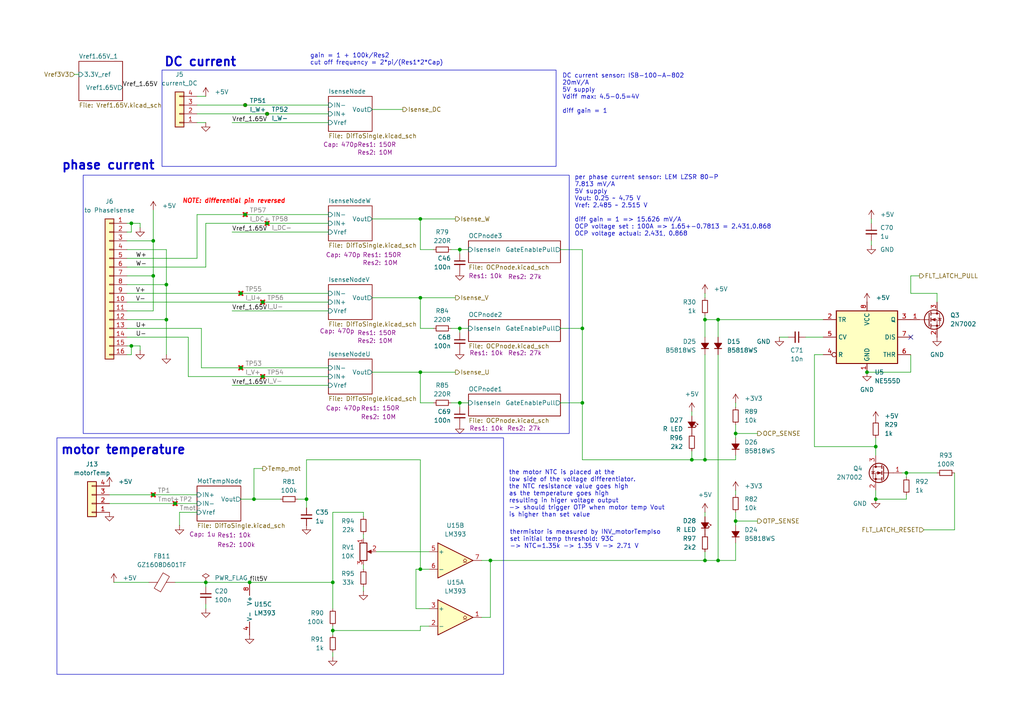
<source format=kicad_sch>
(kicad_sch (version 20231120) (generator "eeschema") (generator_version "8.0")
  (paper "A4")
  (title_block (title "INV_MainBoard_STM32") (date "2025-06-30") (rev "3.1") (company "NTURacing Team") (comment 1 "郭哲明 Jack Kuo") (comment 2 "Powertrain Group"))
  (lib_symbols
    (symbol "Comparator:LM393" (pin_names (offset 0.127))
      (property "Reference" "U" (at 3.81 3.81 0))
      (property "Value" "LM393" (at 6.35 -3.81 0))
      (symbol "LM393_1_1"
        (pin open_collector line (at 7.62 0 180) (length 2.54) (name "~") (number "1"))
        (pin input line (at -7.62 -2.54 0) (length 2.54) (name "-") (number "2"))
        (pin input line (at -7.62 2.54 0) (length 2.54) (name "+") (number "3"))
      )
      (symbol "LM393_2_1"
        (pin input line (at -7.62 2.54 0) (length 2.54) (name "+") (number "5"))
        (pin input line (at -7.62 -2.54 0) (length 2.54) (name "-") (number "6"))
        (pin open_collector line (at 7.62 0 180) (length 2.54) (name "~") (number "7"))
      )
      (symbol "LM393_3_1"
        (pin power_in line (at -2.54 -7.62 90) (length 3.81) (name "V-") (number "4"))
        (pin power_in line (at -2.54 7.62 270) (length 3.81) (name "V+") (number "8"))
      )
    )
    (symbol "Connector:TestPoint_Small" (pin_numbers hide) (pin_names (offset 0.762) hide)
      (property "Reference" "TP" (at 0 3.81 0))
      (property "Value" "TestPoint_Small" (at 0 2.032 0))
      (symbol "TestPoint_Small_1_1"
        (pin passive line (at 0 0 90) (length 0) (name "1") (number "1"))
      )
    )
    (symbol "Connector_Generic:Conn_01x04" (pin_names (offset 1.016) hide)
      (property "Reference" "J" (at 0 5.08 0))
      (property "Value" "Conn_01x04" (at 0 -7.62 0))
      (symbol "Conn_01x04_1_1"
        (pin passive line (at -5.08 2.54 0) (length 3.81) (name "Pin_1") (number "1"))
        (pin passive line (at -5.08 0 0) (length 3.81) (name "Pin_2") (number "2"))
        (pin passive line (at -5.08 -2.54 0) (length 3.81) (name "Pin_3") (number "3"))
        (pin passive line (at -5.08 -5.08 0) (length 3.81) (name "Pin_4") (number "4"))
      )
    )
    (symbol "Connector_Generic:Conn_01x16" (pin_names (offset 1.016) hide)
      (property "Reference" "J" (at 0 20.32 0))
      (property "Value" "Conn_01x16" (at 0 -22.86 0))
      (symbol "Conn_01x16_1_1"
        (pin passive line (at -5.08 17.78 0) (length 3.81) (name "Pin_1") (number "1"))
        (pin passive line (at -5.08 -5.08 0) (length 3.81) (name "Pin_10") (number "10"))
        (pin passive line (at -5.08 -7.62 0) (length 3.81) (name "Pin_11") (number "11"))
        (pin passive line (at -5.08 -10.16 0) (length 3.81) (name "Pin_12") (number "12"))
        (pin passive line (at -5.08 -12.7 0) (length 3.81) (name "Pin_13") (number "13"))
        (pin passive line (at -5.08 -15.24 0) (length 3.81) (name "Pin_14") (number "14"))
        (pin passive line (at -5.08 -17.78 0) (length 3.81) (name "Pin_15") (number "15"))
        (pin passive line (at -5.08 -20.32 0) (length 3.81) (name "Pin_16") (number "16"))
        (pin passive line (at -5.08 15.24 0) (length 3.81) (name "Pin_2") (number "2"))
        (pin passive line (at -5.08 12.7 0) (length 3.81) (name "Pin_3") (number "3"))
        (pin passive line (at -5.08 10.16 0) (length 3.81) (name "Pin_4") (number "4"))
        (pin passive line (at -5.08 7.62 0) (length 3.81) (name "Pin_5") (number "5"))
        (pin passive line (at -5.08 5.08 0) (length 3.81) (name "Pin_6") (number "6"))
        (pin passive line (at -5.08 2.54 0) (length 3.81) (name "Pin_7") (number "7"))
        (pin passive line (at -5.08 0 0) (length 3.81) (name "Pin_8") (number "8"))
        (pin passive line (at -5.08 -2.54 0) (length 3.81) (name "Pin_9") (number "9"))
      )
    )
    (symbol "Device:C_Small" (pin_numbers hide) (pin_names (offset 0.254) hide)
      (property "Reference" "C" (at 0.254 1.778 0))
      (property "Value" "C_Small" (at 0.254 -2.032 0))
      (symbol "C_Small_1_1"
        (pin passive line (at 0 2.54 270) (length 2.032) (name "~") (number "1"))
        (pin passive line (at 0 -2.54 90) (length 2.032) (name "~") (number "2"))
      )
    )
    (symbol "Device:D_Small_Filled" (pin_numbers hide) (pin_names (offset 0.254) hide)
      (property "Reference" "D" (at -1.27 2.032 0))
      (property "Value" "D_Small_Filled" (at -3.81 -2.032 0))
      (symbol "D_Small_Filled_1_1"
        (pin passive line (at -2.54 0 0) (length 1.778) (name "K") (number "1"))
        (pin passive line (at 2.54 0 180) (length 1.778) (name "A") (number "2"))
      )
    )
    (symbol "Device:FerriteBead" (pin_numbers hide) (pin_names (offset 0))
      (property "Reference" "FB" (at -3.81 0.635 90))
      (property "Value" "FerriteBead" (at 3.81 0 90))
      (symbol "FerriteBead_1_1"
        (pin passive line (at 0 3.81 270) (length 2.54) (name "~") (number "1"))
        (pin passive line (at 0 -3.81 90) (length 2.54) (name "~") (number "2"))
      )
    )
    (symbol "Device:LED_Small_Filled" (pin_numbers hide) (pin_names (offset 0.254) hide)
      (property "Reference" "D" (at -1.27 3.175 0))
      (property "Value" "LED_Small_Filled" (at -4.445 -2.54 0))
      (symbol "LED_Small_Filled_1_1"
        (pin passive line (at -2.54 0 0) (length 1.778) (name "K") (number "1"))
        (pin passive line (at 2.54 0 180) (length 1.778) (name "A") (number "2"))
      )
    )
    (symbol "Device:R_Potentiometer" (pin_names (offset 1.016) hide)
      (property "Reference" "RV" (at -4.445 0 90))
      (property "Value" "R_Potentiometer" (at -2.54 0 90))
      (symbol "R_Potentiometer_1_1"
        (pin passive line (at 0 3.81 270) (length 1.27) (name "1") (number "1"))
        (pin passive line (at 3.81 0 180) (length 1.27) (name "2") (number "2"))
        (pin passive line (at 0 -3.81 90) (length 1.27) (name "3") (number "3"))
      )
    )
    (symbol "Device:R_Small" (pin_numbers hide) (pin_names (offset 0.254) hide)
      (property "Reference" "R" (at 0.762 0.508 0))
      (property "Value" "R_Small" (at 0.762 -1.016 0))
      (symbol "R_Small_1_1"
        (pin passive line (at 0 2.54 270) (length 0.762) (name "~") (number "1"))
        (pin passive line (at 0 -2.54 90) (length 0.762) (name "~") (number "2"))
      )
    )
    (symbol "PCM_4ms_Connector:Conn_01x04" (pin_names (offset 1.016) hide)
      (property "Reference" "J" (at 0 5.08 0))
      (property "Value" "Conn_01x04" (at 0 -7.62 0))
      (symbol "Conn_01x04_1_1"
        (pin passive line (at -5.08 2.54 0) (length 3.81) (name "Pin_1") (number "1"))
        (pin passive line (at -5.08 0 0) (length 3.81) (name "Pin_2") (number "2"))
        (pin passive line (at -5.08 -2.54 0) (length 3.81) (name "Pin_3") (number "3"))
        (pin passive line (at -5.08 -5.08 0) (length 3.81) (name "Pin_4") (number "4"))
      )
    )
    (symbol "Timer:NE555D"
      (property "Reference" "U" (at -10.16 8.89 0))
      (property "Value" "NE555D" (at 2.54 8.89 0))
      (symbol "NE555D_0_0"
        (pin power_in line (at 0 -10.16 90) (length 2.54) (name "GND") (number "1"))
        (pin power_in line (at 0 10.16 270) (length 2.54) (name "VCC") (number "8"))
      )
      (symbol "NE555D_1_1"
        (pin input line (at -12.7 5.08 0) (length 3.81) (name "TR") (number "2"))
        (pin output line (at 12.7 5.08 180) (length 3.81) (name "Q") (number "3"))
        (pin input inverted (at -12.7 -5.08 0) (length 3.81) (name "R") (number "4"))
        (pin input line (at -12.7 0 0) (length 3.81) (name "CV") (number "5"))
        (pin input line (at 12.7 -5.08 180) (length 3.81) (name "THR") (number "6"))
        (pin input line (at 12.7 0 180) (length 3.81) (name "DIS") (number "7"))
      )
    )
    (symbol "Transistor_FET:2N7002" (pin_names hide)
      (property "Reference" "Q" (at 5.08 1.905 0))
      (property "Value" "2N7002" (at 5.08 0 0))
      (symbol "2N7002_1_1"
        (pin input line (at -5.08 0 0) (length 2.54) (name "G") (number "1"))
        (pin passive line (at 2.54 -5.08 90) (length 2.54) (name "S") (number "2"))
        (pin passive line (at 2.54 5.08 270) (length 2.54) (name "D") (number "3"))
      )
    )
    (symbol "power:+3V3" (power) (pin_numbers hide) (pin_names (offset 0) hide)
      (property "Value" "+3V3" (at 0 3.556 0))
      (symbol "+3V3_1_1"
        (pin power_in line (at 0 0 90) (length 0) (name "~") (number "1"))
      )
    )
    (symbol "power:+5V" (power) (pin_numbers hide) (pin_names (offset 0) hide)
      (property "Value" "+5V" (at 0 3.556 0))
      (symbol "+5V_1_1"
        (pin power_in line (at 0 0 90) (length 0) (name "~") (number "1"))
      )
    )
    (symbol "power:GND" (power) (pin_numbers hide) (pin_names (offset 0) hide)
      (property "Value" "GND" (at 0 -3.81 0))
      (symbol "GND_1_1"
        (pin power_in line (at 0 0 270) (length 0) (name "~") (number "1"))
      )
    )
    (symbol "power:PWR_FLAG" (power) (pin_numbers hide) (pin_names (offset 0) hide)
      (property "Value" "PWR_FLAG" (at 0 3.81 0))
      (symbol "PWR_FLAG_0_0"
        (pin power_out line (at 0 0 90) (length 0) (name "~") (number "1"))
      )
    )
  )
  (junction (at 133.35 116.84))
  (junction (at 142.24 162.56))
  (junction (at 38.1 64.77))
  (junction (at 121.92 165.1))
  (junction (at 213.36 125.73))
  (junction (at 77.47 64.77))
  (junction (at 133.35 95.25))
  (junction (at 38.1 100.33))
  (junction (at 262.89 137.16))
  (junction (at 121.92 107.95))
  (junction (at 200.66 133.35))
  (junction (at 76.2 109.22))
  (junction (at 96.52 168.91))
  (junction (at 251.46 107.95))
  (junction (at 88.9 144.78))
  (junction (at 44.45 69.85))
  (junction (at 208.28 92.71))
  (junction (at 71.12 30.48))
  (junction (at 69.85 106.68))
  (junction (at 204.47 133.35))
  (junction (at 121.92 86.36))
  (junction (at 76.2 87.63))
  (junction (at 73.66 144.78))
  (junction (at 213.36 151.13))
  (junction (at 121.92 63.5))
  (junction (at 72.39 168.91))
  (junction (at 69.85 85.09))
  (junction (at 168.91 116.84))
  (junction (at 44.45 143.51))
  (junction (at 48.26 82.55))
  (junction (at 44.45 80.01))
  (junction (at 208.28 162.56))
  (junction (at 204.47 162.56))
  (junction (at 204.47 92.71))
  (junction (at 254 129.54))
  (junction (at 254 144.78))
  (junction (at 71.12 62.23))
  (junction (at 77.47 33.02))
  (junction (at 96.52 182.88))
  (junction (at 50.8 146.05))
  (junction (at 133.35 72.39))
  (junction (at 168.91 95.25))
  (junction (at 59.69 168.91))
  (junction (at 48.26 92.71))
  (no_connect (at 264.16 97.79))
  (wire (pts (xy 262.89 137.16) (xy 261.62 137.16)))
  (wire (pts (xy 213.36 148.59) (xy 213.36 151.13)))
  (wire (pts (xy 54.61 109.22) (xy 76.2 109.22)))
  (wire (pts (xy 135.89 72.39) (xy 133.35 72.39)))
  (wire (pts (xy 204.47 160.02) (xy 204.47 162.56)))
  (wire (pts (xy 59.69 176.53) (xy 59.69 175.26)))
  (wire (pts (xy 262.89 138.43) (xy 262.89 137.16)))
  (wire (pts (xy 254 129.54) (xy 254 132.08)))
  (wire (pts (xy 168.91 95.25) (xy 168.91 116.84)))
  (wire (pts (xy 54.61 97.79) (xy 54.61 109.22)))
  (wire (pts (xy 208.28 102.87) (xy 208.28 162.56)))
  (wire (pts (xy 44.45 69.85) (xy 44.45 80.01)))
  (wire (pts (xy 213.36 142.24) (xy 213.36 143.51)))
  (wire (pts (xy 121.92 116.84) (xy 125.73 116.84)))
  (wire (pts (xy 124.46 165.1) (xy 121.92 165.1)))
  (wire (pts (xy 38.1 64.77) (xy 40.64 64.77)))
  (wire (pts (xy 69.85 144.78) (xy 73.66 144.78)))
  (wire (pts (xy 44.45 143.51) (xy 57.15 143.51)))
  (wire (pts (xy 121.92 63.5) (xy 132.08 63.5)))
  (wire (pts (xy 254 142.24) (xy 254 144.78)))
  (wire (pts (xy 213.36 157.48) (xy 213.36 162.56)))
  (wire (pts (xy 88.9 147.32) (xy 88.9 144.78)))
  (wire (pts (xy 44.45 90.17) (xy 44.45 80.01)))
  (wire (pts (xy 107.95 31.75) (xy 116.84 31.75)))
  (wire (pts (xy 50.8 168.91) (xy 59.69 168.91)))
  (wire (pts (xy 213.36 127) (xy 213.36 125.73)))
  (wire (pts (xy 204.47 102.87) (xy 204.47 133.35)))
  (wire (pts (xy 38.1 102.87) (xy 38.1 100.33)))
  (wire (pts (xy 109.22 160.02) (xy 124.46 160.02)))
  (wire (pts (xy 67.31 67.31) (xy 95.25 67.31)))
  (wire (pts (xy 208.28 92.71) (xy 238.76 92.71)))
  (wire (pts (xy 76.2 135.89) (xy 73.66 135.89)))
  (wire (pts (xy 96.52 182.88) (xy 96.52 184.15)))
  (wire (pts (xy 95.25 87.63) (xy 76.2 87.63)))
  (wire (pts (xy 200.66 133.35) (xy 204.47 133.35)))
  (wire (pts (xy 48.26 92.71) (xy 36.83 92.71)))
  (wire (pts (xy 271.78 137.16) (xy 262.89 137.16)))
  (wire (pts (xy 59.69 170.18) (xy 59.69 168.91)))
  (wire (pts (xy 213.36 133.35) (xy 213.36 132.08)))
  (wire (pts (xy 105.41 163.83) (xy 105.41 165.1)))
  (wire (pts (xy 59.69 168.91) (xy 72.39 168.91)))
  (wire (pts (xy 133.35 116.84) (xy 130.81 116.84)))
  (wire (pts (xy 236.22 102.87) (xy 238.76 102.87)))
  (wire (pts (xy 213.36 123.19) (xy 213.36 125.73)))
  (wire (pts (xy 208.28 92.71) (xy 208.28 97.79)))
  (wire (pts (xy 133.35 95.25) (xy 130.81 95.25)))
  (wire (pts (xy 133.35 96.52) (xy 133.35 95.25)))
  (wire (pts (xy 71.12 30.48) (xy 95.25 30.48)))
  (wire (pts (xy 96.52 168.91) (xy 96.52 176.53)))
  (wire (pts (xy 204.47 162.56) (xy 208.28 162.56)))
  (wire (pts (xy 54.61 97.79) (xy 36.83 97.79)))
  (wire (pts (xy 96.52 181.61) (xy 96.52 182.88)))
  (wire (pts (xy 21.59 21.59) (xy 22.86 21.59)))
  (wire (pts (xy 238.76 97.79) (xy 233.68 97.79)))
  (wire (pts (xy 262.89 144.78) (xy 254 144.78)))
  (wire (pts (xy 96.52 182.88) (xy 121.92 182.88)))
  (wire (pts (xy 95.25 109.22) (xy 76.2 109.22)))
  (wire (pts (xy 96.52 148.59) (xy 105.41 148.59)))
  (wire (pts (xy 58.42 106.68) (xy 69.85 106.68)))
  (wire (pts (xy 59.69 64.77) (xy 59.69 77.47)))
  (wire (pts (xy 95.25 64.77) (xy 77.47 64.77)))
  (wire (pts (xy 88.9 133.35) (xy 88.9 144.78)))
  (wire (pts (xy 168.91 133.35) (xy 168.91 116.84)))
  (wire (pts (xy 86.36 144.78) (xy 88.9 144.78)))
  (wire (pts (xy 142.24 179.07) (xy 142.24 162.56)))
  (wire (pts (xy 67.31 90.17) (xy 95.25 90.17)))
  (wire (pts (xy 213.36 116.84) (xy 213.36 118.11)))
  (wire (pts (xy 226.06 97.79) (xy 228.6 97.79)))
  (wire (pts (xy 252.73 69.85) (xy 252.73 71.12)))
  (wire (pts (xy 121.92 86.36) (xy 132.08 86.36)))
  (wire (pts (xy 264.16 80.01) (xy 266.7 80.01)))
  (wire (pts (xy 142.24 179.07) (xy 139.7 179.07)))
  (wire (pts (xy 36.83 64.77) (xy 38.1 64.77)))
  (wire (pts (xy 36.83 67.31) (xy 38.1 67.31)))
  (wire (pts (xy 69.85 85.09) (xy 95.25 85.09)))
  (wire (pts (xy 59.69 35.56) (xy 57.15 35.56)))
  (wire (pts (xy 121.92 165.1) (xy 120.65 165.1)))
  (wire (pts (xy 204.47 97.79) (xy 204.47 92.71)))
  (wire (pts (xy 264.16 102.87) (xy 264.16 107.95)))
  (wire (pts (xy 200.66 119.38) (xy 200.66 120.65)))
  (wire (pts (xy 200.66 130.81) (xy 200.66 133.35)))
  (wire (pts (xy 105.41 148.59) (xy 105.41 149.86)))
  (wire (pts (xy 213.36 125.73) (xy 219.71 125.73)))
  (wire (pts (xy 236.22 129.54) (xy 254 129.54)))
  (wire (pts (xy 133.35 72.39) (xy 130.81 72.39)))
  (wire (pts (xy 96.52 189.23) (xy 96.52 190.5)))
  (wire (pts (xy 162.56 95.25) (xy 168.91 95.25)))
  (wire (pts (xy 107.95 107.95) (xy 121.92 107.95)))
  (wire (pts (xy 213.36 152.4) (xy 213.36 151.13)))
  (wire (pts (xy 107.95 86.36) (xy 121.92 86.36)))
  (wire (pts (xy 31.75 143.51) (xy 44.45 143.51)))
  (wire (pts (xy 204.47 148.59) (xy 204.47 149.86)))
  (wire (pts (xy 88.9 133.35) (xy 121.92 133.35)))
  (wire (pts (xy 67.31 35.56) (xy 95.25 35.56)))
  (wire (pts (xy 52.07 148.59) (xy 52.07 152.4)))
  (wire (pts (xy 36.83 102.87) (xy 38.1 102.87)))
  (wire (pts (xy 120.65 176.53) (xy 120.65 165.1)))
  (wire (pts (xy 213.36 151.13) (xy 219.71 151.13)))
  (wire (pts (xy 36.83 85.09) (xy 69.85 85.09)))
  (wire (pts (xy 133.35 73.66) (xy 133.35 72.39)))
  (wire (pts (xy 40.64 100.33) (xy 40.64 101.6)))
  (wire (pts (xy 162.56 72.39) (xy 168.91 72.39)))
  (wire (pts (xy 267.97 153.67) (xy 276.86 153.67)))
  (wire (pts (xy 38.1 67.31) (xy 38.1 64.77)))
  (wire (pts (xy 36.83 87.63) (xy 76.2 87.63)))
  (wire (pts (xy 121.92 95.25) (xy 121.92 86.36)))
  (wire (pts (xy 67.31 111.76) (xy 95.25 111.76)))
  (wire (pts (xy 40.64 64.77) (xy 40.64 66.04)))
  (wire (pts (xy 135.89 116.84) (xy 133.35 116.84)))
  (wire (pts (xy 95.25 33.02) (xy 77.47 33.02)))
  (wire (pts (xy 262.89 144.78) (xy 262.89 143.51)))
  (wire (pts (xy 264.16 107.95) (xy 251.46 107.95)))
  (wire (pts (xy 38.1 100.33) (xy 40.64 100.33)))
  (wire (pts (xy 36.83 90.17) (xy 44.45 90.17)))
  (wire (pts (xy 162.56 116.84) (xy 168.91 116.84)))
  (wire (pts (xy 57.15 30.48) (xy 71.12 30.48)))
  (wire (pts (xy 204.47 92.71) (xy 208.28 92.71)))
  (wire (pts (xy 77.47 33.02) (xy 57.15 33.02)))
  (wire (pts (xy 36.83 100.33) (xy 38.1 100.33)))
  (wire (pts (xy 71.12 62.23) (xy 95.25 62.23)))
  (wire (pts (xy 204.47 85.09) (xy 204.47 86.36)))
  (wire (pts (xy 121.92 107.95) (xy 132.08 107.95)))
  (wire (pts (xy 48.26 82.55) (xy 48.26 92.71)))
  (wire (pts (xy 57.15 62.23) (xy 71.12 62.23)))
  (wire (pts (xy 105.41 170.18) (xy 105.41 171.45)))
  (wire (pts (xy 252.73 63.5) (xy 252.73 64.77)))
  (wire (pts (xy 36.83 95.25) (xy 58.42 95.25)))
  (wire (pts (xy 121.92 107.95) (xy 121.92 116.84)))
  (wire (pts (xy 96.52 148.59) (xy 96.52 168.91)))
  (wire (pts (xy 105.41 154.94) (xy 105.41 156.21)))
  (wire (pts (xy 48.26 102.87) (xy 48.26 92.71)))
  (wire (pts (xy 124.46 176.53) (xy 120.65 176.53)))
  (wire (pts (xy 73.66 135.89) (xy 73.66 144.78)))
  (wire (pts (xy 208.28 162.56) (xy 213.36 162.56)))
  (wire (pts (xy 254 127) (xy 254 129.54)))
  (wire (pts (xy 121.92 72.39) (xy 121.92 63.5)))
  (wire (pts (xy 36.83 77.47) (xy 59.69 77.47)))
  (wire (pts (xy 142.24 162.56) (xy 204.47 162.56)))
  (wire (pts (xy 121.92 165.1) (xy 121.92 133.35)))
  (wire (pts (xy 57.15 62.23) (xy 57.15 74.93)))
  (wire (pts (xy 72.39 168.91) (xy 96.52 168.91)))
  (wire (pts (xy 121.92 181.61) (xy 124.46 181.61)))
  (wire (pts (xy 204.47 133.35) (xy 213.36 133.35)))
  (wire (pts (xy 236.22 102.87) (xy 236.22 129.54)))
  (wire (pts (xy 58.42 106.68) (xy 58.42 95.25)))
  (wire (pts (xy 44.45 60.96) (xy 44.45 69.85)))
  (wire (pts (xy 36.83 80.01) (xy 44.45 80.01)))
  (wire (pts (xy 36.83 72.39) (xy 48.26 72.39)))
  (wire (pts (xy 168.91 133.35) (xy 200.66 133.35)))
  (wire (pts (xy 135.89 95.25) (xy 133.35 95.25)))
  (wire (pts (xy 44.45 69.85) (xy 36.83 69.85)))
  (wire (pts (xy 69.85 106.68) (xy 95.25 106.68)))
  (wire (pts (xy 204.47 91.44) (xy 204.47 92.71)))
  (wire (pts (xy 36.83 82.55) (xy 48.26 82.55)))
  (wire (pts (xy 125.73 95.25) (xy 121.92 95.25)))
  (wire (pts (xy 48.26 72.39) (xy 48.26 82.55)))
  (wire (pts (xy 264.16 85.09) (xy 264.16 80.01)))
  (wire (pts (xy 276.86 153.67) (xy 276.86 137.16)))
  (wire (pts (xy 264.16 85.09) (xy 271.78 85.09)))
  (wire (pts (xy 142.24 162.56) (xy 139.7 162.56)))
  (wire (pts (xy 168.91 72.39) (xy 168.91 95.25)))
  (wire (pts (xy 73.66 144.78) (xy 81.28 144.78)))
  (wire (pts (xy 125.73 72.39) (xy 121.92 72.39)))
  (wire (pts (xy 271.78 85.09) (xy 271.78 87.63)))
  (wire (pts (xy 107.95 63.5) (xy 121.92 63.5)))
  (wire (pts (xy 133.35 118.11) (xy 133.35 116.84)))
  (wire (pts (xy 59.69 27.94) (xy 57.15 27.94)))
  (wire (pts (xy 59.69 64.77) (xy 77.47 64.77)))
  (wire (pts (xy 121.92 182.88) (xy 121.92 181.61)))
  (wire (pts (xy 57.15 148.59) (xy 52.07 148.59)))
  (wire (pts (xy 36.83 74.93) (xy 57.15 74.93)))
  (wire (pts (xy 33.02 168.91) (xy 43.18 168.91)))
  (wire (pts (xy 31.75 146.05) (xy 50.8 146.05)))
  (wire (pts (xy 57.15 146.05) (xy 50.8 146.05)))
  (rectangle (start 46.99 20.32) (end 161.29 48.26))
  (rectangle (start 16.51 127) (end 146.05 195.58))
  (rectangle (start 24.13 50.8) (end 165.1 125.73))
  (text "motor temperature" (at 17.526 132.08 0) (effects (font (size 2.54 2.54) (thickness 0.508) (bold yes)) (justify left bottom)))
  (text "thermistor is measured by INV_motorTempIso\nset initial temp threshold: 93C\n-> NTC=1.35k -> 1.35 V -> 2.71 V" (at 147.828 153.67 0) (effects (font (size 1.27 1.27)) (justify left top)))
  (text "DC current sensor: ISB-100-A-802\n20mV/A\n5V supply\nVdiff max: 4.5-0.5=4V\n\ndiff gain = 1" (at 163.068 21.336 0) (effects (font (size 1.27 1.27)) (justify left top)))
  (text "per phase current sensor: LEM LZSR 80-P\n7.813 mV/A\n5V supply\nVout: 0.25 ~ 4.75 V\nVref: 2.485 ~ 2.515 V\n\ndiff gain = 1 => 15.626 mV/A\nOCP voltage set : 100A => 1.65+-0.7813 = 2.431,0.868\nOCP voltage actual: 2.431, 0.868" (at 166.624 50.8 0) (effects (font (size 1.27 1.27)) (justify left top)))
  (text "DC current" (at 47.498 19.558 0) (effects (font (size 2.54 2.54) (thickness 0.508) (bold yes)) (justify left bottom)))
  (text "gain = 1 + 100k/Res2\ncut off frequency = 2*pi/(Res1*2*Cap)" (at 89.916 15.494 0) (effects (font (size 1.27 1.27)) (justify left top)))
  (text "the motor NTC is placed at the \nlow side of the voltage differentiator.\nthe NTC resistance value goes high \nas the temperature goes high\nresulting in higer voltage output\n-> should trigger OTP when motor temp Vout \nis higher than set value" (at 147.574 143.256 0) (effects (font (size 1.27 1.27)) (justify left)))
  (text "NOTE: differential pin reversed" (at 52.832 57.658 0) (effects (font (size 1.27 1.27) (thickness 0.254) (bold yes) (italic yes)) (justify left top)))
  (text "phase current" (at 17.78 49.53 0) (effects (font (size 2.54 2.54) (thickness 0.508) (bold yes)) (justify left bottom)))
  (label "U-" (at 39.37 97.79 0))
  (label "U+" (at 39.37 95.25 0))
  (label "W+" (at 39.37 74.93 0))
  (label "Vref_1.65V" (at 67.31 111.76 0))
  (label "V+" (at 39.37 85.09 0))
  (label "Vref_1.65V" (at 35.56 25.4 0))
  (label "V-" (at 39.37 87.63 0))
  (label "Vref_1.65V" (at 67.31 90.17 0))
  (label "W-" (at 39.37 77.47 0))
  (label "Vref_1.65V" (at 67.31 35.56 0))
  (label "filt5V" (at 72.39 168.91 0))
  (label "Vref_1.65V" (at 67.31 67.31 0))
  (hierarchical_label "OCP_SENSE" (shape output) (at 219.71 125.73 0))
  (hierarchical_label "Isense_U" (shape output) (at 132.08 107.95 0))
  (hierarchical_label "Isense_W" (shape output) (at 132.08 63.5 0))
  (hierarchical_label "FLT_LATCH_RESET" (shape input) (at 267.97 153.67 180))
  (hierarchical_label "Isense_DC" (shape output) (at 116.84 31.75 0))
  (hierarchical_label "FLT_LATCH_PULL" (shape output) (at 266.7 80.01 0))
  (hierarchical_label "OTP_SENSE" (shape output) (at 219.71 151.13 0))
  (hierarchical_label "Temp_mot" (shape output) (at 76.2 135.89 0))
  (hierarchical_label "Vref3V3" (shape input) (at 21.59 21.59 180))
  (hierarchical_label "Isense_V" (shape output) (at 132.08 86.36 0))
  (symbol (lib_id "Device:R_Small") (at 262.89 140.97 180) (unit 1)
    (property "Reference" "R92" (at 265.43 139.6999 0) (effects (justify right)))
    (property "Value" "1k" (at 265.43 142.2399 0) (effects (justify right)))
    (property "Footprint" "Resistor_SMD:R_0402_1005Metric" (effects (hide yes)))
    (property "Description" "Resistor, small symbol" (effects (hide yes)))
  )
  (symbol (lib_id "PCM_4ms_Connector:Conn_01x04") (at 52.07 33.02 180) (unit 1)
    (property "Reference" "J5" (at 52.07 21.59 0))
    (property "Value" "current_DC" (at 52.07 24.13 0))
    (property "Footprint" "Connector_JST:JST_PH_B4B-PH-K_1x04_P2.00mm_Vertical" (effects (hide yes)))
    (property "Description" "HEADER 1x4 MALE PINS 0.100” 180deg" (effects (hide yes)))
    (property "Specifications" "HEADER 1x4 MALE PINS 0.100” 180deg" (effects (hide yes)))
    (property "Manufacturer" "TAD" (effects (hide yes)))
    (property "Part Number" "1-0401FBV0T" (effects (hide yes)))
  )
  (symbol (lib_id "Device:R_Small") (at 96.52 179.07 0) (mirror x) (unit 1)
    (property "Reference" "R90" (at 93.98 177.7999 0) (effects (justify right)))
    (property "Value" "100k" (at 93.98 180.3399 0) (effects (justify right)))
    (property "Footprint" "Resistor_SMD:R_0402_1005Metric" (effects (hide yes)))
    (property "Description" "Resistor, small symbol" (effects (hide yes)))
  )
  (symbol (lib_id "Device:FerriteBead") (at 46.99 168.91 90) (unit 1)
    (property "Reference" "FB11" (at 46.9392 161.29 90))
    (property "Value" "GZ1608D601TF" (at 46.9392 163.83 90))
    (property "Footprint" "Capacitor_SMD:C_0603_1608Metric" (effects (hide yes)))
    (property "Description" "Ferrite bead" (effects (hide yes)))
  )
  (symbol (lib_id "power:GND") (at 133.35 123.19 0) (unit 1)
    (property "Reference" "#PWR095" (effects (hide yes)))
    (property "Value" "GND" (effects (hide yes)))
    (property "Description" "Power symbol creates a global label with name \"GND\" , ground" (effects (hide yes)))
  )
  (symbol (lib_id "power:GND") (at 40.64 66.04 0) (unit 1)
    (property "Reference" "#PWR042" (effects (hide yes)))
    (property "Value" "GND" (effects (hide yes)))
    (property "Description" "Power symbol creates a global label with name \"GND\" , ground" (effects (hide yes)))
  )
  (symbol (lib_id "power:+5V") (at 31.75 140.97 0) (unit 1)
    (property "Reference" "#PWR05" (effects (hide yes)))
    (property "Value" "+5V" (at 34.29 139.6999 0) (effects (justify left)))
    (property "Description" "Power symbol creates a global label with name \"+5V\"" (effects (hide yes)))
  )
  (symbol (lib_id "power:+5V") (at 254 121.92 0) (unit 1)
    (property "Reference" "#PWR0150" (effects (hide yes)))
    (property "Value" "+5V" (at 256.54 120.6499 0) (effects (justify left)))
    (property "Description" "Power symbol creates a global label with name \"+5V\"" (effects (hide yes)))
  )
  (symbol (lib_id "power:+5V") (at 204.47 85.09 0) (mirror y) (unit 1)
    (property "Reference" "#PWR060" (effects (hide yes)))
    (property "Value" "+5V" (at 207.01 83.8199 0) (effects (justify right)))
    (property "Description" "Power symbol creates a global label with name \"+5V\"" (effects (hide yes)))
  )
  (symbol (lib_id "Device:R_Small") (at 274.32 137.16 90) (unit 1)
    (property "Reference" "R93" (at 274.32 132.08 90))
    (property "Value" "100R" (at 274.32 134.62 90))
    (property "Footprint" "Resistor_SMD:R_0402_1005Metric" (effects (hide yes)))
    (property "Description" "Resistor, small symbol" (effects (hide yes)))
  )
  (symbol (lib_id "Comparator:LM393") (at 132.08 162.56 0) (unit 2)
    (property "Reference" "U15" (at 132.08 152.4 0))
    (property "Value" "LM393" (at 132.08 154.94 0))
    (property "Footprint" "Package_SO:SOIC-8_3.9x4.9mm_P1.27mm" (effects (hide yes)))
    (property "Datasheet" "http://www.ti.com/lit/ds/symlink/lm393.pdf" (effects (hide yes)))
    (property "Description" "Low-Power, Low-Offset Voltage, Dual Comparators, DIP-8/SOIC-8/TO-99-8" (effects (hide yes)))
  )
  (symbol (lib_id "Device:R_Small") (at 83.82 144.78 90) (mirror x) (unit 1)
    (property "Reference" "R81" (at 83.82 139.7 90))
    (property "Value" "100k" (at 83.82 142.24 90))
    (property "Footprint" "Resistor_SMD:R_0402_1005Metric" (effects (hide yes)))
    (property "Description" "Resistor, small symbol" (effects (hide yes)))
  )
  (symbol (lib_id "power:GND") (at 59.69 176.53 0) (unit 1)
    (property "Reference" "#PWR071" (effects (hide yes)))
    (property "Value" "GND" (effects (hide yes)))
    (property "Description" "Power symbol creates a global label with name \"GND\" , ground" (effects (hide yes)))
  )
  (symbol (lib_id "Device:R_Small") (at 128.27 95.25 90) (mirror x) (unit 1)
    (property "Reference" "R84" (at 128.27 90.17 90))
    (property "Value" "220R" (at 128.27 92.71 90))
    (property "Footprint" "Resistor_SMD:R_0402_1005Metric" (effects (hide yes)))
    (property "Description" "Resistor, small symbol" (effects (hide yes)))
  )
  (symbol (lib_id "Device:C_Small") (at 59.69 172.72 0) (unit 1)
    (property "Reference" "C20" (at 62.23 171.4562 0) (effects (justify left)))
    (property "Value" "100n" (at 62.23 173.9962 0) (effects (justify left)))
    (property "Footprint" "Capacitor_SMD:C_0402_1005Metric" (effects (hide yes)))
    (property "Description" "Unpolarized capacitor, small symbol" (effects (hide yes)))
  )
  (symbol (lib_id "power:GND") (at 88.9 152.4 0) (unit 1)
    (property "Reference" "#PWR059" (effects (hide yes)))
    (property "Value" "GND" (effects (hide yes)))
    (property "Description" "Power symbol creates a global label with name \"GND\" , ground" (effects (hide yes)))
  )
  (symbol (lib_id "Device:R_Small") (at 213.36 146.05 180) (unit 1)
    (property "Reference" "R82" (at 215.9 144.7799 0) (effects (justify right)))
    (property "Value" "10k" (at 215.9 147.3199 0) (effects (justify right)))
    (property "Footprint" "Resistor_SMD:R_0402_1005Metric" (effects (hide yes)))
    (property "Description" "Resistor, small symbol" (effects (hide yes)))
  )
  (symbol (lib_id "Transistor_FET:2N7002") (at 269.24 92.71 0) (unit 1)
    (property "Reference" "Q3" (at 275.59 91.4399 0) (effects (justify left)))
    (property "Value" "2N7002" (at 275.59 93.9799 0) (effects (justify left)))
    (property "Footprint" "Package_TO_SOT_SMD:SOT-23" (effects (hide yes)))
    (property "Datasheet" "https://www.onsemi.com/pub/Collateral/NDS7002A-D.PDF" (effects (hide yes)))
    (property "Description" "0.115A Id, 60V Vds, N-Channel MOSFET, SOT-23" (effects (hide yes)))
  )
  (symbol (lib_id "Device:C_Small") (at 88.9 149.86 0) (mirror y) (unit 1)
    (property "Reference" "C35" (at 91.44 148.5962 0) (effects (justify right)))
    (property "Value" "1u" (at 91.44 151.1362 0) (effects (justify right)))
    (property "Footprint" "Capacitor_SMD:C_0402_1005Metric" (effects (hide yes)))
    (property "Description" "Unpolarized capacitor, small symbol" (effects (hide yes)))
  )
  (symbol (lib_id "Device:C_Small") (at 133.35 120.65 0) (unit 1)
    (property "Reference" "C69" (at 130.81 119.3862 0) (effects (justify right)))
    (property "Value" "100n" (at 130.81 121.9262 0) (effects (justify right)))
    (property "Footprint" "Capacitor_SMD:C_0402_1005Metric" (effects (hide yes)))
    (property "Description" "Unpolarized capacitor, small symbol" (effects (hide yes)))
  )
  (symbol (lib_id "power:+5V") (at 204.47 148.59 0) (mirror y) (unit 1)
    (property "Reference" "#PWR0185" (effects (hide yes)))
    (property "Value" "+5V" (at 204.47 143.51 0))
    (property "Description" "Power symbol creates a global label with name \"+5V\"" (effects (hide yes)))
  )
  (symbol (lib_id "Device:R_Small") (at 213.36 120.65 180) (unit 1)
    (property "Reference" "R89" (at 215.9 119.3799 0) (effects (justify right)))
    (property "Value" "10k" (at 215.9 121.9199 0) (effects (justify right)))
    (property "Footprint" "Resistor_SMD:R_0402_1005Metric" (effects (hide yes)))
    (property "Description" "Resistor, small symbol" (effects (hide yes)))
  )
  (symbol (lib_id "power:+3V3") (at 213.36 142.24 0) (unit 1)
    (property "Reference" "#PWR0134" (effects (hide yes)))
    (property "Value" "+3V3" (at 215.9 140.9699 0) (effects (justify left)))
    (property "Description" "Power symbol creates a global label with name \"+3V3\"" (effects (hide yes)))
  )
  (symbol (lib_id "Device:R_Small") (at 128.27 116.84 90) (mirror x) (unit 1)
    (property "Reference" "R85" (at 128.27 111.76 90))
    (property "Value" "220R" (at 128.27 114.3 90))
    (property "Footprint" "Resistor_SMD:R_0402_1005Metric" (effects (hide yes)))
    (property "Description" "Resistor, small symbol" (effects (hide yes)))
  )
  (symbol (lib_id "power:+3V3") (at 213.36 116.84 0) (unit 1)
    (property "Reference" "#PWR012" (effects (hide yes)))
    (property "Value" "+3V3" (at 215.9 115.5699 0) (effects (justify left)))
    (property "Description" "Power symbol creates a global label with name \"+3V3\"" (effects (hide yes)))
  )
  (symbol (lib_id "power:GND") (at 59.69 35.56 0) (unit 1)
    (property "Reference" "#PWR084" (effects (hide yes)))
    (property "Value" "GND" (effects (hide yes)))
    (property "Description" "Power symbol creates a global label with name \"GND\" , ground" (effects (hide yes)))
  )
  (symbol (lib_id "Device:C_Small") (at 133.35 99.06 0) (unit 1)
    (property "Reference" "C68" (at 130.81 97.7962 0) (effects (justify right)))
    (property "Value" "100n" (at 130.81 100.3362 0) (effects (justify right)))
    (property "Footprint" "Capacitor_SMD:C_0402_1005Metric" (effects (hide yes)))
    (property "Description" "Unpolarized capacitor, small symbol" (effects (hide yes)))
  )
  (symbol (lib_id "power:GND") (at 133.35 101.6 0) (unit 1)
    (property "Reference" "#PWR092" (effects (hide yes)))
    (property "Value" "GND" (effects (hide yes)))
    (property "Description" "Power symbol creates a global label with name \"GND\" , ground" (effects (hide yes)))
  )
  (symbol (lib_id "power:GND") (at 31.75 148.59 0) (unit 1)
    (property "Reference" "#PWR08" (effects (hide yes)))
    (property "Value" "GND" (effects (hide yes)))
    (property "Description" "Power symbol creates a global label with name \"GND\" , ground" (effects (hide yes)))
  )
  (symbol (lib_id "power:GND") (at 105.41 171.45 0) (unit 1)
    (property "Reference" "#PWR043" (effects (hide yes)))
    (property "Value" "GND" (effects (hide yes)))
    (property "Description" "Power symbol creates a global label with name \"GND\" , ground" (effects (hide yes)))
  )
  (symbol (lib_id "Device:D_Small_Filled") (at 213.36 154.94 270) (mirror x) (unit 1)
    (property "Reference" "D24" (at 215.9 153.6699 90) (effects (justify left)))
    (property "Value" "B5818WS" (at 215.9 156.2099 90) (effects (justify left)))
    (property "Footprint" "Diode_SMD:D_SOD-323" (effects (hide yes)))
    (property "Description" "Diode, small symbol, filled shape" (effects (hide yes)))
    (property "Sim.Device" "D" (effects (hide yes)))
    (property "Sim.Pins" "1=K 2=A" (effects (hide yes)))
  )
  (symbol (lib_id "Comparator:LM393") (at 132.08 179.07 0) (unit 1)
    (property "Reference" "U15" (at 132.08 168.91 0))
    (property "Value" "LM393" (at 132.08 171.45 0))
    (property "Footprint" "Package_SO:SOIC-8_3.9x4.9mm_P1.27mm" (effects (hide yes)))
    (property "Datasheet" "http://www.ti.com/lit/ds/symlink/lm393.pdf" (effects (hide yes)))
    (property "Description" "Low-Power, Low-Offset Voltage, Dual Comparators, DIP-8/SOIC-8/TO-99-8" (effects (hide yes)))
  )
  (symbol (lib_id "Device:C_Small") (at 231.14 97.79 270) (mirror x) (unit 1)
    (property "Reference" "C71" (at 231.1336 101.6 90))
    (property "Value" "10n" (at 231.1336 104.14 90))
    (property "Footprint" "Capacitor_SMD:C_0402_1005Metric" (effects (hide yes)))
    (property "Description" "Unpolarized capacitor, small symbol" (effects (hide yes)))
  )
  (symbol (lib_id "Device:R_Small") (at 105.41 167.64 0) (mirror x) (unit 1)
    (property "Reference" "R95" (at 102.87 166.3699 0) (effects (justify right)))
    (property "Value" "33k" (at 102.87 168.9099 0) (effects (justify right)))
    (property "Footprint" "Resistor_SMD:R_0402_1005Metric" (effects (hide yes)))
    (property "Description" "Resistor, small symbol" (effects (hide yes)))
  )
  (symbol (lib_id "Connector:TestPoint_Small") (at 69.85 85.09 0) (mirror y) (unit 1) (in_bom no) (on_board no) (dnp yes)
    (property "Reference" "TP55" (at 71.12 83.8199 0) (effects (justify right)))
    (property "Value" "I_U+" (at 71.12 86.3599 0) (effects (justify right)))
    (property "Footprint" "TestPoint:TestPoint_Pad_D1.0mm" (effects (hide yes)))
    (property "Description" "test point" (effects (hide yes)))
  )
  (symbol (lib_id "Device:LED_Small_Filled") (at 204.47 152.4 270) (mirror x) (unit 1)
    (property "Reference" "D28" (at 201.93 151.0664 90) (effects (justify right)))
    (property "Value" "R LED" (at 201.93 153.6064 90) (effects (justify right)))
    (property "Footprint" "LED_SMD:LED_0603_1608Metric" (effects (hide yes)))
    (property "Description" "Light emitting diode, small symbol, filled shape" (effects (hide yes)))
  )
  (symbol (lib_id "power:+5V") (at 59.69 27.94 0) (unit 1)
    (property "Reference" "#PWR083" (effects (hide yes)))
    (property "Value" "+5V" (at 62.23 26.6699 0) (effects (justify left)))
    (property "Description" "Power symbol creates a global label with name \"+5V\"" (effects (hide yes)))
  )
  (symbol (lib_id "power:+5V") (at 251.46 87.63 0) (mirror y) (unit 1)
    (property "Reference" "#PWR099" (effects (hide yes)))
    (property "Value" "+5V" (at 254 86.3599 0) (effects (justify right)))
    (property "Description" "Power symbol creates a global label with name \"+5V\"" (effects (hide yes)))
  )
  (symbol (lib_id "Connector:TestPoint_Small") (at 77.47 64.77 0) (mirror y) (unit 1) (in_bom no) (on_board no) (dnp yes)
    (property "Reference" "TP58" (at 78.74 63.4999 0) (effects (justify right)))
    (property "Value" "I_DC-" (at 78.74 66.0399 0) (effects (justify right)))
    (property "Footprint" "TestPoint:TestPoint_Pad_D1.0mm" (effects (hide yes)))
    (property "Description" "test point" (effects (hide yes)))
  )
  (symbol (lib_id "Device:LED_Small_Filled") (at 200.66 123.19 270) (mirror x) (unit 1)
    (property "Reference" "D27" (at 198.12 121.8564 90) (effects (justify right)))
    (property "Value" "R LED" (at 198.12 124.3964 90) (effects (justify right)))
    (property "Footprint" "LED_SMD:LED_0603_1608Metric" (effects (hide yes)))
    (property "Description" "Light emitting diode, small symbol, filled shape" (effects (hide yes)))
  )
  (symbol (lib_id "Connector:TestPoint_Small") (at 76.2 109.22 0) (mirror y) (unit 1) (in_bom no) (on_board no) (dnp yes)
    (property "Reference" "TP54" (at 77.47 107.9499 0) (effects (justify right)))
    (property "Value" "I_V-" (at 77.47 110.4899 0) (effects (justify right)))
    (property "Footprint" "TestPoint:TestPoint_Pad_D1.0mm" (effects (hide yes)))
    (property "Description" "test point" (effects (hide yes)))
  )
  (symbol (lib_id "power:GND") (at 251.46 107.95 0) (mirror y) (unit 1)
    (property "Reference" "#PWR0129" (effects (hide yes)))
    (property "Value" "GND" (at 251.46 113.03 0))
    (property "Description" "Power symbol creates a global label with name \"GND\" , ground" (effects (hide yes)))
  )
  (symbol (lib_id "Connector:TestPoint_Small") (at 71.12 62.23 0) (mirror y) (unit 1) (in_bom no) (on_board no) (dnp yes)
    (property "Reference" "TP57" (at 72.39 60.9599 0) (effects (justify right)))
    (property "Value" "I_DC+" (at 72.39 63.4999 0) (effects (justify right)))
    (property "Footprint" "TestPoint:TestPoint_Pad_D1.0mm" (effects (hide yes)))
    (property "Description" "test point" (effects (hide yes)))
  )
  (symbol (lib_id "power:+5V") (at 252.73 63.5 0) (mirror y) (unit 1)
    (property "Reference" "#PWR061" (effects (hide yes)))
    (property "Value" "+5V" (at 255.27 62.2299 0) (effects (justify right)))
    (property "Description" "Power symbol creates a global label with name \"+5V\"" (effects (hide yes)))
  )
  (symbol (lib_id "power:GND") (at 133.35 78.74 0) (unit 1)
    (property "Reference" "#PWR081" (effects (hide yes)))
    (property "Value" "GND" (effects (hide yes)))
    (property "Description" "Power symbol creates a global label with name \"GND\" , ground" (effects (hide yes)))
  )
  (symbol (lib_id "power:+5V") (at 44.45 60.96 0) (unit 1)
    (property "Reference" "#PWR085" (effects (hide yes)))
    (property "Value" "+5V" (at 46.99 59.6899 0) (effects (justify left)))
    (property "Description" "Power symbol creates a global label with name \"+5V\"" (effects (hide yes)))
  )
  (symbol (lib_id "power:+5V") (at 33.02 168.91 0) (unit 1)
    (property "Reference" "#PWR093" (effects (hide yes)))
    (property "Value" "+5V" (at 35.56 167.6399 0) (effects (justify left)))
    (property "Description" "Power symbol creates a global label with name \"+5V\"" (effects (hide yes)))
  )
  (symbol (lib_id "power:GND") (at 40.64 101.6 0) (unit 1)
    (property "Reference" "#PWR041" (effects (hide yes)))
    (property "Value" "GND" (effects (hide yes)))
    (property "Description" "Power symbol creates a global label with name \"GND\" , ground" (effects (hide yes)))
  )
  (symbol (lib_id "Timer:NE555D") (at 251.46 97.79 0) (unit 1)
    (property "Reference" "U5" (at 253.6541 107.95 0) (effects (justify left)))
    (property "Value" "NE555D" (at 253.6541 110.49 0) (effects (justify left)))
    (property "Footprint" "Package_SO:SOIC-8_3.9x4.9mm_P1.27mm" (effects (hide yes)))
    (property "Datasheet" "http://www.ti.com/lit/ds/symlink/ne555.pdf" (effects (hide yes)))
    (property "Description" "Precision Timers, 555 compatible, SOIC-8" (effects (hide yes)))
  )
  (symbol (lib_id "Connector_Generic:Conn_01x16") (at 31.75 82.55 0) (mirror y) (unit 1)
    (property "Reference" "J6" (at 31.75 58.42 0))
    (property "Value" "to PhaseIsense" (at 31.75 60.96 0))
    (property "Footprint" "Connector_PinHeader_2.54mm:PinHeader_1x16_P2.54mm_Horizontal" (effects (hide yes)))
    (property "Description" "Generic connector, single row, 01x16, script generated (kicad-library-utils/schlib/autogen/connector/)" (effects (hide yes)))
  )
  (symbol (lib_id "Connector:TestPoint_Small") (at 44.45 143.51 0) (mirror y) (unit 1) (in_bom no) (on_board no) (dnp yes)
    (property "Reference" "TP1" (at 45.72 142.2399 0) (effects (justify right)))
    (property "Value" "Tmot+" (at 45.72 144.7799 0) (effects (justify right)))
    (property "Footprint" "TestPoint:TestPoint_Pad_D1.0mm" (effects (hide yes)))
    (property "Description" "test point" (effects (hide yes)))
  )
  (symbol (lib_id "Connector:TestPoint_Small") (at 76.2 87.63 0) (mirror y) (unit 1) (in_bom no) (on_board no) (dnp yes)
    (property "Reference" "TP56" (at 77.47 86.3599 0) (effects (justify right)))
    (property "Value" "I_U-" (at 77.47 88.8999 0) (effects (justify right)))
    (property "Footprint" "TestPoint:TestPoint_Pad_D1.0mm" (effects (hide yes)))
    (property "Description" "test point" (effects (hide yes)))
  )
  (symbol (lib_id "Device:D_Small_Filled") (at 204.47 100.33 90) (unit 1)
    (property "Reference" "D25" (at 201.93 99.0599 90) (effects (justify left)))
    (property "Value" "B5818WS" (at 201.93 101.5999 90) (effects (justify left)))
    (property "Footprint" "Diode_SMD:D_SOD-323" (effects (hide yes)))
    (property "Description" "Diode, small symbol, filled shape" (effects (hide yes)))
    (property "Sim.Device" "D" (effects (hide yes)))
    (property "Sim.Pins" "1=K 2=A" (effects (hide yes)))
  )
  (symbol (lib_id "Device:R_Small") (at 200.66 128.27 0) (unit 1)
    (property "Reference" "R96" (at 198.12 126.9999 0) (effects (justify right)))
    (property "Value" "2k2" (at 198.12 129.5399 0) (effects (justify right)))
    (property "Footprint" "Resistor_SMD:R_0402_1005Metric" (effects (hide yes)))
    (property "Description" "Resistor, small symbol" (effects (hide yes)))
  )
  (symbol (lib_id "Device:C_Small") (at 252.73 67.31 0) (mirror y) (unit 1)
    (property "Reference" "C70" (at 255.27 66.0462 0) (effects (justify right)))
    (property "Value" "1u" (at 255.27 68.5862 0) (effects (justify right)))
    (property "Footprint" "Capacitor_SMD:C_0402_1005Metric" (effects (hide yes)))
    (property "Description" "Unpolarized capacitor, small symbol" (effects (hide yes)))
  )
  (symbol (lib_id "power:GND") (at 48.26 102.87 0) (unit 1)
    (property "Reference" "#PWR090" (effects (hide yes)))
    (property "Value" "GND" (effects (hide yes)))
    (property "Description" "Power symbol creates a global label with name \"GND\" , ground" (effects (hide yes)))
  )
  (symbol (lib_id "power:PWR_FLAG") (at 59.69 168.91 0) (unit 1)
    (property "Reference" "#FLG01" (effects (hide yes)))
    (property "Value" "PWR_FLAG" (at 62.23 167.6399 0) (effects (justify left)))
    (property "Description" "Special symbol for telling ERC where power comes from" (effects (hide yes)))
  )
  (symbol (lib_id "Device:R_Small") (at 105.41 152.4 0) (mirror x) (unit 1)
    (property "Reference" "R94" (at 102.87 151.1299 0) (effects (justify right)))
    (property "Value" "22k" (at 102.87 153.6699 0) (effects (justify right)))
    (property "Footprint" "Resistor_SMD:R_0402_1005Metric" (effects (hide yes)))
    (property "Description" "Resistor, small symbol" (effects (hide yes)))
  )
  (symbol (lib_id "Connector:TestPoint_Small") (at 71.12 30.48 0) (mirror y) (unit 1)
    (property "Reference" "TP51" (at 72.39 29.2099 0) (effects (justify right)))
    (property "Value" "I_W+" (at 72.39 31.7499 0) (effects (justify right)))
    (property "Footprint" "TestPoint:TestPoint_Pad_D1.0mm" (effects (hide yes)))
    (property "Description" "test point" (effects (hide yes)))
  )
  (symbol (lib_id "power:GND") (at 226.06 97.79 0) (mirror y) (unit 1)
    (property "Reference" "#PWR0122" (effects (hide yes)))
    (property "Value" "GND" (at 223.52 99.0599 0) (effects (justify left)))
    (property "Description" "Power symbol creates a global label with name \"GND\" , ground" (effects (hide yes)))
  )
  (symbol (lib_id "Connector:TestPoint_Small") (at 69.85 106.68 0) (mirror y) (unit 1) (in_bom no) (on_board no) (dnp yes)
    (property "Reference" "TP53" (at 71.12 105.4099 0) (effects (justify right)))
    (property "Value" "I_V+" (at 71.12 107.9499 0) (effects (justify right)))
    (property "Footprint" "TestPoint:TestPoint_Pad_D1.0mm" (effects (hide yes)))
    (property "Description" "test point" (effects (hide yes)))
  )
  (symbol (lib_id "power:GND") (at 254 144.78 0) (unit 1)
    (property "Reference" "#PWR0162" (effects (hide yes)))
    (property "Value" "GND" (at 251.46 146.0499 0) (effects (justify right)))
    (property "Description" "Power symbol creates a global label with name \"GND\" , ground" (effects (hide yes)))
  )
  (symbol (lib_id "power:GND") (at 252.73 71.12 0) (mirror y) (unit 1)
    (property "Reference" "#PWR062" (effects (hide yes)))
    (property "Value" "GND" (at 255.27 72.3899 0) (effects (justify right)))
    (property "Description" "Power symbol creates a global label with name \"GND\" , ground" (effects (hide yes)))
  )
  (symbol (lib_id "Device:R_Small") (at 128.27 72.39 90) (mirror x) (unit 1)
    (property "Reference" "R79" (at 128.27 67.31 90))
    (property "Value" "220R" (at 128.27 69.85 90))
    (property "Footprint" "Resistor_SMD:R_0402_1005Metric" (effects (hide yes)))
    (property "Description" "Resistor, small symbol" (effects (hide yes)))
  )
  (symbol (lib_id "power:GND") (at 52.07 152.4 0) (unit 1)
    (property "Reference" "#PWR0183" (effects (hide yes)))
    (property "Value" "GND" (effects (hide yes)))
    (property "Description" "Power symbol creates a global label with name \"GND\" , ground" (effects (hide yes)))
  )
  (symbol (lib_id "Transistor_FET:2N7002") (at 256.54 137.16 0) (mirror y) (unit 1)
    (property "Reference" "Q4" (at 250.19 135.8899 0) (effects (justify left)))
    (property "Value" "2N7002" (at 250.19 138.4299 0) (effects (justify left)))
    (property "Footprint" "Package_TO_SOT_SMD:SOT-23" (effects (hide yes)))
    (property "Datasheet" "https://www.onsemi.com/pub/Collateral/NDS7002A-D.PDF" (effects (hide yes)))
    (property "Description" "0.115A Id, 60V Vds, N-Channel MOSFET, SOT-23" (effects (hide yes)))
  )
  (symbol (lib_id "Device:D_Small_Filled") (at 213.36 129.54 270) (mirror x) (unit 1)
    (property "Reference" "D26" (at 215.9 128.2699 90) (effects (justify left)))
    (property "Value" "B5818WS" (at 215.9 130.8099 90) (effects (justify left)))
    (property "Footprint" "Diode_SMD:D_SOD-323" (effects (hide yes)))
    (property "Description" "Diode, small symbol, filled shape" (effects (hide yes)))
    (property "Sim.Device" "D" (effects (hide yes)))
    (property "Sim.Pins" "1=K 2=A" (effects (hide yes)))
  )
  (symbol (lib_id "Device:D_Small_Filled") (at 208.28 100.33 270) (mirror x) (unit 1)
    (property "Reference" "D15" (at 210.82 99.0599 90) (effects (justify left)))
    (property "Value" "B5818WS" (at 210.82 101.5999 90) (effects (justify left)))
    (property "Footprint" "Diode_SMD:D_SOD-323" (effects (hide yes)))
    (property "Description" "Diode, small symbol, filled shape" (effects (hide yes)))
    (property "Sim.Device" "D" (effects (hide yes)))
    (property "Sim.Pins" "1=K 2=A" (effects (hide yes)))
  )
  (symbol (lib_id "power:GND") (at 271.78 97.79 0) (mirror y) (unit 1)
    (property "Reference" "#PWR0128" (effects (hide yes)))
    (property "Value" "GND" (at 271.78 102.87 0))
    (property "Description" "Power symbol creates a global label with name \"GND\" , ground" (effects (hide yes)))
  )
  (symbol (lib_id "Device:R_Small") (at 96.52 186.69 0) (mirror x) (unit 1)
    (property "Reference" "R91" (at 93.98 185.4199 0) (effects (justify right)))
    (property "Value" "1k" (at 93.98 187.9599 0) (effects (justify right)))
    (property "Footprint" "Resistor_SMD:R_0402_1005Metric" (effects (hide yes)))
    (property "Description" "Resistor, small symbol" (effects (hide yes)))
  )
  (symbol (lib_id "Device:R_Small") (at 204.47 157.48 0) (unit 1)
    (property "Reference" "R97" (at 201.93 156.2099 0) (effects (justify right)))
    (property "Value" "2k2" (at 201.93 158.7499 0) (effects (justify right)))
    (property "Footprint" "Resistor_SMD:R_0402_1005Metric" (effects (hide yes)))
    (property "Description" "Resistor, small symbol" (effects (hide yes)))
  )
  (symbol (lib_id "Device:R_Small") (at 254 124.46 180) (unit 1)
    (property "Reference" "R29" (at 256.54 123.1899 0) (effects (justify right)))
    (property "Value" "1k" (at 256.54 125.7299 0) (effects (justify right)))
    (property "Footprint" "Resistor_SMD:R_0402_1005Metric" (effects (hide yes)))
    (property "Description" "Resistor, small symbol" (effects (hide yes)))
  )
  (symbol (lib_id "power:GND") (at 96.52 190.5 0) (unit 1)
    (property "Reference" "#PWR0161" (effects (hide yes)))
    (property "Value" "GND" (effects (hide yes)))
    (property "Description" "Power symbol creates a global label with name \"GND\" , ground" (effects (hide yes)))
  )
  (symbol (lib_id "Comparator:LM393") (at 74.93 176.53 0) (unit 3)
    (property "Reference" "U15" (at 73.66 175.2599 0) (effects (justify left)))
    (property "Value" "LM393" (at 73.66 177.7999 0) (effects (justify left)))
    (property "Footprint" "Package_SO:SOIC-8_3.9x4.9mm_P1.27mm" (effects (hide yes)))
    (property "Datasheet" "http://www.ti.com/lit/ds/symlink/lm393.pdf" (effects (hide yes)))
    (property "Description" "Low-Power, Low-Offset Voltage, Dual Comparators, DIP-8/SOIC-8/TO-99-8" (effects (hide yes)))
  )
  (symbol (lib_id "Connector:TestPoint_Small") (at 50.8 146.05 0) (mirror y) (unit 1) (in_bom no) (on_board no) (dnp yes)
    (property "Reference" "TP2" (at 52.07 144.7799 0) (effects (justify right)))
    (property "Value" "Tmot-" (at 52.07 147.3199 0) (effects (justify right)))
    (property "Footprint" "TestPoint:TestPoint_Pad_D1.0mm" (effects (hide yes)))
    (property "Description" "test point" (effects (hide yes)))
  )
  (symbol (lib_id "Device:C_Small") (at 133.35 76.2 0) (unit 1)
    (property "Reference" "C46" (at 130.81 74.9362 0) (effects (justify right)))
    (property "Value" "100n" (at 130.81 77.4762 0) (effects (justify right)))
    (property "Footprint" "Capacitor_SMD:C_0402_1005Metric" (effects (hide yes)))
    (property "Description" "Unpolarized capacitor, small symbol" (effects (hide yes)))
  )
  (symbol (lib_id "Device:R_Small") (at 204.47 88.9 0) (mirror x) (unit 1)
    (property "Reference" "R30" (at 201.93 87.6299 0) (effects (justify right)))
    (property "Value" "1k" (at 201.93 90.1699 0) (effects (justify right)))
    (property "Footprint" "Resistor_SMD:R_0402_1005Metric" (effects (hide yes)))
    (property "Description" "Resistor, small symbol" (effects (hide yes)))
  )
  (symbol (lib_id "Device:R_Potentiometer") (at 105.41 160.02 0) (unit 1)
    (property "Reference" "RV1" (at 102.87 158.7499 0) (effects (justify right)))
    (property "Value" "10K" (at 102.87 161.2899 0) (effects (justify right)))
    (property "Footprint" "nturt_kicad_lib_EP6:Throughhole Potentiometer 3296W" (effects (hide yes)))
    (property "Description" "Potentiometer" (effects (hide yes)))
  )
  (symbol (lib_id "Connector:TestPoint_Small") (at 77.47 33.02 0) (mirror y) (unit 1)
    (property "Reference" "TP52" (at 78.74 31.7499 0) (effects (justify right)))
    (property "Value" "I_W-" (at 78.74 34.2899 0) (effects (justify right)))
    (property "Footprint" "TestPoint:TestPoint_Pad_D1.0mm" (effects (hide yes)))
    (property "Description" "test point" (effects (hide yes)))
  )
  (symbol (lib_id "Connector_Generic:Conn_01x04") (at 26.67 146.05 180) (unit 1)
    (property "Reference" "J13" (at 26.67 134.62 0))
    (property "Value" "motorTemp" (at 26.67 137.16 0))
    (property "Footprint" "Connector_JST:JST_PH_B4B-PH-K_1x04_P2.00mm_Vertical" (effects (hide yes)))
    (property "Description" "Generic connector, single row, 01x04, script generated (kicad-library-utils/schlib/autogen/connector/)" (effects (hide yes)))
  )
  (symbol (lib_id "power:GND") (at 72.39 184.15 0) (unit 1)
    (property "Reference" "#PWR02" (effects (hide yes)))
    (property "Value" "GND" (effects (hide yes)))
    (property "Description" "Power symbol creates a global label with name \"GND\" , ground" (effects (hide yes)))
  )
  (symbol (lib_id "power:+5V") (at 200.66 119.38 0) (mirror y) (unit 1)
    (property "Reference" "#PWR0184" (effects (hide yes)))
    (property "Value" "+5V" (at 200.66 114.3 0))
    (property "Description" "Power symbol creates a global label with name \"+5V\"" (effects (hide yes)))
  )
  (sheet (at 95.25 59.69) (size 12.7 10.16) (stroke (width 0.1524))
    (property "Sheetname" "IsenseNodeW" (at 95.25 58.9784 0) (effects (justify left bottom)))
    (property "Sheetfile" "DifToSingle.kicad_sch" (at 95.25 70.4346 0) (effects (justify left top)))
    (property "Res1" "150R" (at 105.156 73.914 0) (show_name yes) (effects (justify left)))
    (property "Res2" "10M" (at 105.156 76.2 0) (show_name yes) (effects (justify left)))
    (property "Cap" "470p" (at 94.488 73.914 0) (show_name yes) (effects (justify left)))
    (pin "Vref" input (at 95.25 67.31 180))
    (pin "Vout" output (at 107.95 63.5 0))
    (pin "IN+" input (at 95.25 64.77 180))
    (pin "IN-" input (at 95.25 62.23 180))
  )
  (sheet (at 95.25 27.94) (size 12.7 10.16) (stroke (width 0.1524))
    (property "Sheetname" "IsenseNode" (at 95.25 27.2284 0) (effects (justify left bottom)))
    (property "Sheetfile" "DifToSingle.kicad_sch" (at 95.25 38.6846 0) (effects (justify left top)))
    (property "Res1" "150R" (at 103.632 41.91 0) (show_name yes) (effects (justify left)))
    (property "Res2" "10M" (at 103.632 44.196 0) (show_name yes) (effects (justify left)))
    (property "Cap" "470p" (at 93.726 41.91 0) (show_name yes) (effects (justify left)))
    (pin "Vref" input (at 95.25 35.56 180))
    (pin "Vout" output (at 107.95 31.75 0))
    (pin "IN+" input (at 95.25 33.02 180))
    (pin "IN-" input (at 95.25 30.48 180))
  )
  (sheet (at 95.25 82.55) (size 12.7 10.16) (stroke (width 0.1524))
    (property "Sheetname" "IsenseNodeV" (at 95.25 81.8384 0) (effects (justify left bottom)))
    (property "Sheetfile" "DifToSingle.kicad_sch" (at 95.25 93.2946 0) (effects (justify left top)))
    (property "Res1" "150R" (at 103.632 96.52 0) (show_name yes) (effects (justify left)))
    (property "Res2" "10M" (at 103.632 98.806 0) (show_name yes) (effects (justify left)))
    (property "Cap" "470p" (at 92.71 96.012 0) (show_name yes) (effects (justify left)))
    (pin "Vref" input (at 95.25 90.17 180))
    (pin "Vout" output (at 107.95 86.36 0))
    (pin "IN+" input (at 95.25 87.63 180))
    (pin "IN-" input (at 95.25 85.09 180))
  )
  (sheet (at 135.89 69.85) (size 26.67 6.35) (stroke (width 0.1524))
    (property "Sheetname" "OCPnode3" (at 135.89 69.1384 0) (effects (justify left bottom)))
    (property "Sheetfile" "OCPnode.kicad_sch" (at 135.89 76.7846 0) (effects (justify left top)))
    (property "Res1" "10k" (at 135.89 80.01 0) (show_name yes) (effects (justify left)))
    (property "Res2" "27k" (at 147.32 80.264 0) (show_name yes) (effects (justify left)))
    (pin "GateEnablePull" output (at 162.56 72.39 0))
    (pin "IsenseIn" input (at 135.89 72.39 180))
  )
  (sheet (at 135.89 114.3) (size 26.67 6.35) (stroke (width 0.1524))
    (property "Sheetname" "OCPnode1" (at 135.89 113.5884 0) (effects (justify left bottom)))
    (property "Sheetfile" "OCPnode.kicad_sch" (at 135.89 121.2346 0) (effects (justify left top)))
    (property "Res1" "10k" (at 136.144 124.206 0) (show_name yes) (effects (justify left)))
    (property "Res2" "27k" (at 147.066 124.206 0) (show_name yes) (effects (justify left)))
    (pin "GateEnablePull" output (at 162.56 116.84 0))
    (pin "IsenseIn" input (at 135.89 116.84 180))
  )
  (sheet (at 57.15 140.97) (size 12.7 10.16) (stroke (width 0.1524))
    (property "Sheetname" "MotTempNode" (at 57.15 140.2584 0) (effects (justify left bottom)))
    (property "Sheetfile" "DifToSingle.kicad_sch" (at 57.15 151.7146 0) (effects (justify left top)))
    (property "Res1" "10k" (at 62.992 155.194 0) (show_name yes) (effects (justify left)))
    (property "Res2" "100k" (at 62.992 157.988 0) (show_name yes) (effects (justify left)))
    (property "Cap" "1u" (at 54.864 154.94 0) (show_name yes) (effects (justify left)))
    (pin "Vref" input (at 57.15 148.59 180))
    (pin "Vout" output (at 69.85 144.78 0))
    (pin "IN-" input (at 57.15 146.05 180))
    (pin "IN+" input (at 57.15 143.51 180))
  )
  (sheet (at 22.86 17.78) (size 12.7 11.43) (stroke (width 0.1524))
    (property "Sheetname" "Vref1.65V_1" (at 22.86 17.0684 0) (effects (justify left bottom)))
    (property "Sheetfile" "Vref1.65V.kicad_sch" (at 22.86 29.7946 0) (effects (justify left top)))
    (pin "Vref1.65V" output (at 35.56 25.4 0))
    (pin "3.3V_ref" input (at 22.86 21.59 180))
  )
  (sheet (at 135.89 92.71) (size 26.67 6.35) (stroke (width 0.1524))
    (property "Sheetname" "OCPnode2" (at 135.89 91.9984 0) (effects (justify left bottom)))
    (property "Sheetfile" "OCPnode.kicad_sch" (at 135.89 99.6446 0) (effects (justify left top)))
    (property "Res1" "10k" (at 136.144 102.362 0) (show_name yes) (effects (justify left)))
    (property "Res2" "27k" (at 147.32 102.362 0) (show_name yes) (effects (justify left)))
    (pin "GateEnablePull" output (at 162.56 95.25 0))
    (pin "IsenseIn" input (at 135.89 95.25 180))
  )
  (sheet (at 95.25 104.14) (size 12.7 10.16) (stroke (width 0.1524))
    (property "Sheetname" "IsenseNodeU" (at 95.25 103.4284 0) (effects (justify left bottom)))
    (property "Sheetfile" "DifToSingle.kicad_sch" (at 95.25 114.8846 0) (effects (justify left top)))
    (property "Res1" "150R" (at 104.648 118.364 0) (show_name yes) (effects (justify left)))
    (property "Res2" "10M" (at 104.648 120.904 0) (show_name yes) (effects (justify left)))
    (property "Cap" "470p" (at 94.488 118.364 0) (show_name yes) (effects (justify left)))
    (pin "Vref" input (at 95.25 111.76 180))
    (pin "Vout" output (at 107.95 107.95 0))
    (pin "IN+" input (at 95.25 109.22 180))
    (pin "IN-" input (at 95.25 106.68 180))
  )
)
</source>
